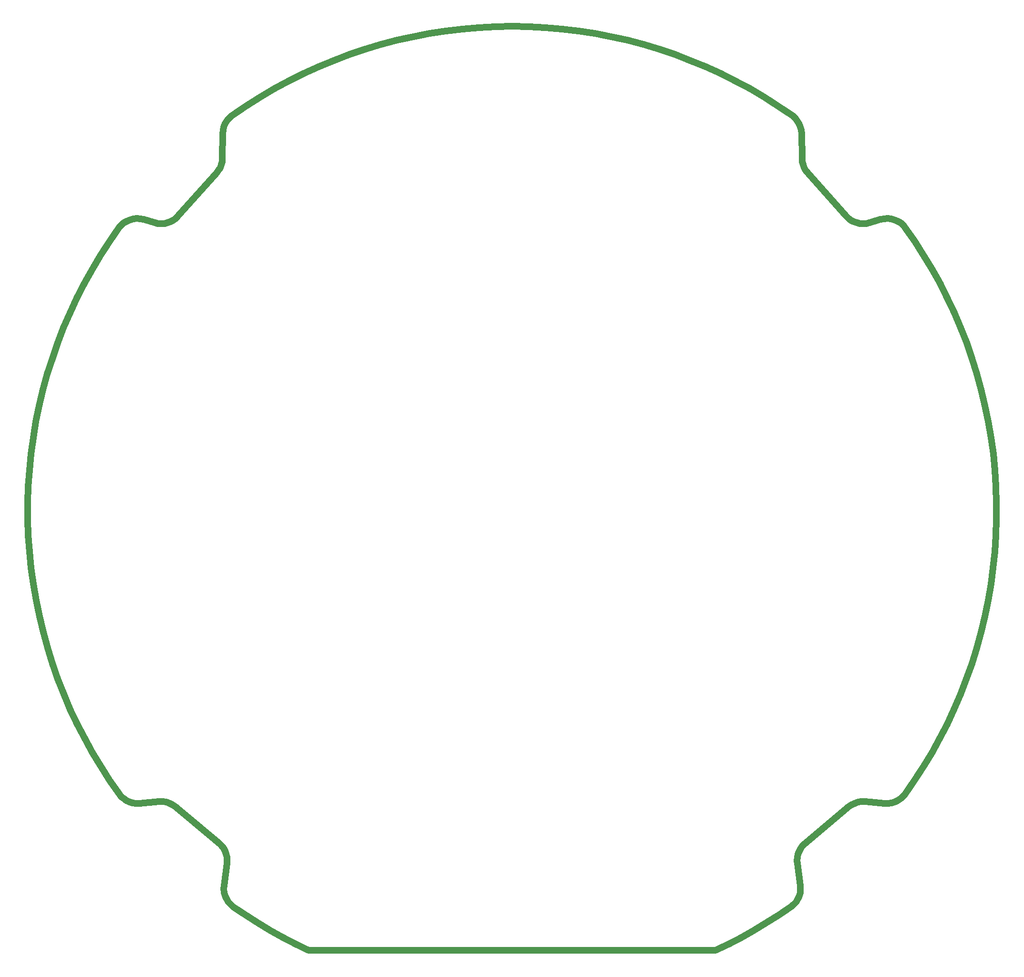
<source format=gbr>
%TF.GenerationSoftware,Altium Limited,Altium Designer,23.6.0 (18)*%
G04 Layer_Color=16711935*
%FSLAX45Y45*%
%MOMM*%
%TF.SameCoordinates,8B2A78E3-6762-467B-82E4-ABAB87B9FA14*%
%TF.FilePolarity,Positive*%
%TF.FileFunction,Other,Mechanical_1*%
%TF.Part,Single*%
G01*
G75*
%TA.AperFunction,NonConductor*%
%ADD113C,1.20000*%
D113*
X10547498Y2729350D02*
X10585314Y2774395D01*
X10503486Y2690338D02*
X10547498Y2729350D01*
X10454229Y2658201D02*
X10503486Y2690338D01*
X10400792Y2633634D02*
X10454229Y2658201D01*
X10344330Y2617169D02*
X10400792Y2633634D01*
X10286064Y2609161D02*
X10344330Y2617169D01*
X10227254Y2609783D02*
X10286064Y2609161D01*
X9873516Y2639627D02*
X10227254Y2609783D01*
X9810954Y2639995D02*
X9873516Y2639627D01*
X9749100Y2630603D02*
X9810954Y2639995D01*
X9689466Y2611681D02*
X9749100Y2630603D01*
X9633513Y2583692D02*
X9689466Y2611681D01*
X9582608Y2547321D02*
X9633513Y2583692D01*
X8810898Y1899066D02*
X9582608Y2547321D01*
X8769586Y1858949D02*
X8810898Y1899066D01*
X8734463Y1813317D02*
X8769586Y1858949D01*
X8706256Y1763115D02*
X8734463Y1813317D01*
X8685550Y1709382D02*
X8706256Y1763115D01*
X8672773Y1653233D02*
X8685550Y1709382D01*
X8668192Y1595831D02*
X8672773Y1653233D01*
X8668192Y1595831D02*
X8671899Y1538366D01*
X8724840Y1152866D01*
X8728480Y1090514D01*
X8722370Y1028355D02*
X8728480Y1090514D01*
X8706658Y967905D02*
X8722370Y1028355D01*
X8681728Y910637D02*
X8706658Y967905D01*
X8648187Y857949D02*
X8681728Y910637D01*
X8606852Y811125D02*
X8648187Y857949D01*
X8558733Y771306D02*
X8606852Y811125D01*
X8345597Y626074D02*
X8558733Y771306D01*
X8128203Y487298D02*
X8345597Y626074D01*
X7906745Y355103D02*
X8128203Y487298D01*
X7681423Y229609D02*
X7906745Y355103D01*
X7452439Y110928D02*
X7681423Y229609D01*
X7219999Y-833D02*
X7452439Y110928D01*
X-1Y-834D02*
X7219999Y-833D01*
X-232441Y110927D02*
X-1Y-834D01*
X-461425Y229608D02*
X-232441Y110927D01*
X-686748Y355102D02*
X-461425Y229608D01*
X-908205Y487297D02*
X-686748Y355102D01*
X-1125600Y626073D02*
X-908205Y487297D01*
X-1338735Y771305D02*
X-1125600Y626073D01*
X-1386854Y811124D02*
X-1338735Y771305D01*
X-1428189Y857948D02*
X-1386854Y811124D01*
X-1461730Y910636D02*
X-1428189Y857948D01*
X-1486661Y967904D02*
X-1461730Y910636D01*
X-1502372Y1028354D02*
X-1486661Y967904D01*
X-1508482Y1090513D02*
X-1502372Y1028354D01*
X-1508482Y1090513D02*
X-1504842Y1152865D01*
X-1451901Y1538365D01*
X-1448194Y1595830D01*
X-1452776Y1653232D02*
X-1448194Y1595830D01*
X-1465552Y1709381D02*
X-1452776Y1653232D01*
X-1486258Y1763114D02*
X-1465552Y1709381D01*
X-1514466Y1813316D02*
X-1486258Y1763114D01*
X-1549589Y1858948D02*
X-1514466Y1813316D01*
X-1590901Y1899065D02*
X-1549589Y1858948D01*
X-2362611Y2547320D02*
X-1590901Y1899065D01*
X-2413516Y2583691D02*
X-2362611Y2547320D01*
X-2469469Y2611680D02*
X-2413516Y2583691D01*
X-2529103Y2630602D02*
X-2469469Y2611680D01*
X-2590957Y2639994D02*
X-2529103Y2630602D01*
X-2653519Y2639626D02*
X-2590957Y2639994D01*
X-3007257Y2609782D02*
X-2653519Y2639626D01*
X-3066067Y2609160D02*
X-3007257Y2609782D01*
X-3124333Y2617168D02*
X-3066067Y2609160D01*
X-3180795Y2633633D02*
X-3124333Y2617168D01*
X-3234232Y2658200D02*
X-3180795Y2633633D01*
X-3283489Y2690337D02*
X-3234232Y2658200D01*
X-3327501Y2729349D02*
X-3283489Y2690337D01*
X-3365317Y2774394D02*
X-3327501Y2729349D01*
X-3531074Y3012610D02*
X-3365317Y2774394D01*
X-3688700Y3256282D02*
X-3531074Y3012610D01*
X-3838014Y3505134D02*
X-3688700Y3256282D01*
X-3978847Y3758883D02*
X-3838014Y3505134D01*
X-4111038Y4017239D02*
X-3978847Y3758883D01*
X-4234436Y4279908D02*
X-4111038Y4017239D01*
X-4348902Y4546591D02*
X-4234436Y4279908D01*
X-4454304Y4816984D02*
X-4348902Y4546591D01*
X-4550523Y5090780D02*
X-4454304Y4816984D01*
X-4637449Y5367666D02*
X-4550523Y5090780D01*
X-4714983Y5647328D02*
X-4637449Y5367666D01*
X-4783037Y5929446D02*
X-4714983Y5647328D01*
X-4841535Y6213700D02*
X-4783037Y5929446D01*
X-4890407Y6499766D02*
X-4841535Y6213700D01*
X-4929600Y6787318D02*
X-4890407Y6499766D01*
X-4959068Y7076028D02*
X-4929600Y6787318D01*
X-4978778Y7365568D02*
X-4959068Y7076028D01*
X-4988708Y7655609D02*
X-4978778Y7365568D01*
X-4988846Y7945820D02*
X-4988708Y7655609D01*
X-4988846Y7945820D02*
X-4979192Y8235869D01*
X-4959757Y8525428D01*
X-4930563Y8814167D01*
X-4891643Y9101755D01*
X-4843042Y9387868D01*
X-4784816Y9672178D01*
X-4717029Y9954360D01*
X-4639761Y10234096D01*
X-4553098Y10511064D01*
X-4457139Y10784950D01*
X-4351993Y11055444D01*
X-4237781Y11322236D01*
X-4114632Y11585022D01*
X-3982687Y11843503D01*
X-3842096Y12097385D01*
X-3693019Y12346379D01*
X-3535624Y12590202D01*
X-3370094Y12828575D01*
X-3330237Y12875783D01*
X-3283586Y12916290D01*
X-3231253Y12949132D01*
X-3174487Y12973521D01*
X-3114641Y12988878D01*
X-3053146Y12994836D01*
X-2991465Y12991252D01*
X-2931073Y12978214D01*
X-2732797Y12919054D01*
X-2677551Y12906749D01*
X-2621121Y12902365D01*
X-2564639Y12905991D01*
X-2509232Y12917551D01*
X-2456012Y12936815D01*
X-2406045Y12963400D01*
X-2360329Y12996770D01*
X-2319782Y13036259D01*
X-1636717Y13802888D01*
X-1601883Y13848105D01*
X-1573840Y13897820D01*
X-1553158Y13951021D01*
X-1540259Y14006622D01*
X-1535405Y14063495D01*
X-1529387Y14501917D01*
X-1523623Y14564308D01*
X-1508186Y14625034D01*
X-1483455Y14682603D01*
X-1450038Y14735606D01*
X-1408754Y14782739D01*
X-1360616Y14822847D01*
X-1117480Y14988875D01*
X-868803Y15146484D01*
X-614877Y15295490D01*
X-356000Y15435715D01*
X-92475Y15566995D01*
X175390Y15689180D01*
X447281Y15802126D01*
X722877Y15905696D01*
X1001858Y15999774D01*
X1283895Y16084245D01*
X1568659Y16159015D01*
X1855814Y16223994D01*
X2145026Y16279105D01*
X2435955Y16324283D01*
X2728259Y16359477D01*
X3021597Y16384647D01*
X3315625Y16399760D01*
X3609997Y16404799D01*
X3904370Y16399760D01*
X4198397Y16384648D01*
X4491736Y16359479D01*
X4784040Y16324284D01*
X5074970Y16279105D01*
X5364181Y16223994D01*
X5651336Y16159015D01*
X5936100Y16084245D01*
X6218137Y15999774D01*
X6497118Y15905696D01*
X6772715Y15802126D01*
X7044604Y15689180D01*
X7312470Y15566995D01*
X7575995Y15435715D01*
X7834873Y15295490D01*
X8088798Y15146484D01*
X8337475Y14988876D01*
X8580610Y14822847D01*
X8628749Y14782739D01*
X8670033Y14735606D01*
X8703450Y14682603D01*
X8728180Y14625034D01*
X8743618Y14564308D01*
X8749382Y14501917D01*
X8755400Y14063495D01*
X8760253Y14006622D01*
X8773153Y13951021D01*
X8793834Y13897820D01*
X8821878Y13848105D01*
X8856712Y13802888D01*
X9539777Y13036259D01*
X9580325Y12996771D01*
X9626040Y12963400D01*
X9676008Y12936816D01*
X9729228Y12917552D01*
X9784634Y12905992D01*
X9841117Y12902367D01*
X9897547Y12906750D01*
X9952793Y12919055D01*
X10151069Y12978214D01*
X10211461Y12991254D01*
X10273142Y12994838D01*
X10334637Y12988879D01*
X10394482Y12973523D01*
X10451248Y12949133D01*
X10503581Y12916293D01*
X10550232Y12875784D01*
X10590089Y12828577D01*
X10755620Y12590204D01*
X10913014Y12346381D01*
X11062092Y12097387D01*
X11202683Y11843505D01*
X11334628Y11585023D01*
X11457777Y11322237D01*
X11571989Y11055445D01*
X11677135Y10784953D01*
X11773094Y10511065D01*
X11859757Y10234097D01*
X11937025Y9954361D01*
X12004812Y9672179D01*
X12063038Y9387869D01*
X12111639Y9101758D01*
X12150558Y8814169D01*
X12179752Y8525429D01*
X12199188Y8235870D01*
X12208842Y7945821D01*
X12208704Y7655611D02*
X12208842Y7945821D01*
X12198775Y7365569D02*
X12208704Y7655611D01*
X12179065Y7076029D02*
X12198775Y7365569D01*
X12149597Y6787319D02*
X12179065Y7076029D01*
X12110404Y6499767D02*
X12149597Y6787319D01*
X12061532Y6213701D02*
X12110404Y6499767D01*
X12003034Y5929447D02*
X12061532Y6213701D01*
X11934980Y5647329D02*
X12003034Y5929447D01*
X11857445Y5367667D02*
X11934980Y5647329D01*
X11770519Y5090781D02*
X11857445Y5367667D01*
X11674300Y4816985D02*
X11770519Y5090781D01*
X11568898Y4546592D02*
X11674300Y4816985D01*
X11454433Y4279909D02*
X11568898Y4546592D01*
X11331034Y4017240D02*
X11454433Y4279909D01*
X11198843Y3758884D02*
X11331034Y4017240D01*
X11058011Y3505136D02*
X11198843Y3758884D01*
X10908697Y3256284D02*
X11058011Y3505136D01*
X10751071Y3012611D02*
X10908697Y3256284D01*
X10585314Y2774395D02*
X10751071Y3012611D01*
%TF.MD5,8769ee399b677bc34967607c4a605d66*%
M02*

</source>
